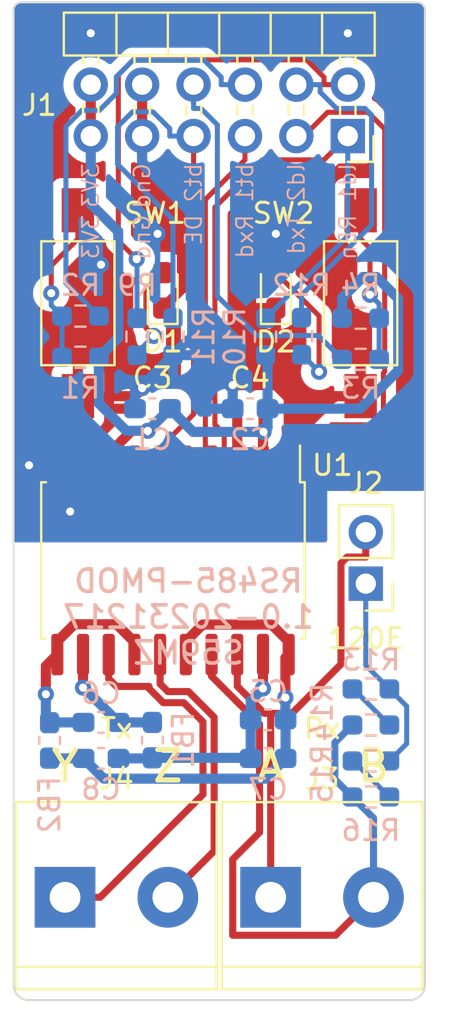
<source format=kicad_pcb>
(kicad_pcb (version 20221018) (generator pcbnew)
  (layers (0 "F.Cu" signal) (31 "B.Cu" signal) (34 "B.Paste" user) (35 "F.Paste" user) (36 "B.SilkS" user "B.Silkscreen") (37 "F.SilkS" user "F.Silkscreen") (38 "B.Mask" user) (39 "F.Mask" user) (44 "Edge.Cuts" user))
  (net 0 "")
  (net 1 "+3V3")
  (net 2 "GND")
  (net 3 "/Visoin")
  (net 4 "/GND2")
  (net 5 "/Visoout")
  (net 6 "/GND3")
  (net 7 "Net-(D1-A)")
  (net 8 "Net-(D2-A)")
  (net 9 "/led1")
  (net 10 "/led2")
  (net 11 "Net-(J1-Pin_6)")
  (net 12 "Net-(J1-Pin_8)")
  (net 13 "Net-(J2-Pin_1)")
  (net 14 "/A")
  (net 15 "/B")
  (net 16 "/Y")
  (net 17 "/Z")
  (net 18 "/btn1")
  (net 19 "/btn2")
  (net 20 "/re_n")
  (net 21 "/txd")
  (net 22 "/rxd")
  (net 23 "/de")
  (net 24 "Net-(R13-Pad2)")
  (net 25 "Net-(R15-Pad2)")
  (footprint "Library:TerminalBlock_bornier-2_P5.08mm" (layer "F.Cu") (at 130.302 105.41)
    (fp_text reference "J3" (at 2.54 -5.842) (layer "F.SilkS"))
    (fp_text value "Tx")
    (pad "1" thru_hole rect (at 0 0) (size 3 3) (drill 1.52) (layers "*.Cu" "*.Mask") (net 14 "/A"))
    (pad "2" thru_hole circle (at 5.08 0) (size 3 3) (drill 1.52) (layers "*.Cu" "*.Mask") (net 15 "/B"))
  )
  (footprint "Connector_PinHeader_2.54mm:PinHeader_1x02_P2.54mm_Vertical" (layer "F.Cu") (at 135.001 89.921 180)
    (fp_text reference "J2" (at 0 4.958) (layer "F.SilkS"))
    (fp_text value "Termination")
    (pad "1" thru_hole rect (at 0 0 180) (size 1.7 1.7) (drill 1) (layers "*.Cu" "*.Mask") (net 13 "Net-(J2-Pin_1)"))
    (pad "2" thru_hole oval (at 0 2.54 180) (size 1.7 1.7) (drill 1) (layers "*.Cu" "*.Mask") (net 14 "/A"))
  )
  (footprint "Capacitor_SMD:C_0603_1608Metric_Pad1.08x0.95mm_HandSolder" (layer "F.Cu") (at 129.286 81.28 180)
    (fp_text reference "C4" (at 0 1.524) (layer "F.SilkS"))
    (fp_text value "10n")
    (pad "1" smd roundrect (at -0.8625 0 180) (size 1.075 0.95) (layers "F.Cu" "F.Paste" "F.Mask") (net 1 "+3V3"))
    (pad "2" smd roundrect (at 0.8625 0 180) (size 1.075 0.95) (layers "F.Cu" "F.Paste" "F.Mask") (net 2 "GND"))
  )
  (footprint "Capacitor_SMD:C_0603_1608Metric_Pad1.08x0.95mm_HandSolder" (layer "F.Cu") (at 124.46 81.28 180)
    (fp_text reference "C3" (at 0 1.524) (layer "F.SilkS"))
    (fp_text value "100n")
    (pad "1" smd roundrect (at -0.8625 0 180) (size 1.075 0.95) (layers "F.Cu" "F.Paste" "F.Mask") (net 1 "+3V3"))
    (pad "2" smd roundrect (at 0.8625 0 180) (size 1.075 0.95) (layers "F.Cu" "F.Paste" "F.Mask") (net 2 "GND"))
  )
  (footprint "LED_SMD:LED_0603_1608Metric_Pad1.05x0.95mm_HandSolder" (layer "F.Cu") (at 124.968 75.438 90)
    (fp_text reference "D1" (at -2.54 0) (layer "F.SilkS"))
    (fp_text value "LED1")
    (pad "1" smd roundrect (at -0.875 0 90) (size 1.05 0.95) (layers "F.Cu" "F.Paste" "F.Mask") (net 2 "GND"))
    (pad "2" smd roundrect (at 0.875 0 90) (size 1.05 0.95) (layers "F.Cu" "F.Paste" "F.Mask") (net 7 "Net-(D1-A)"))
  )
  (footprint "LED_SMD:LED_0603_1608Metric_Pad1.05x0.95mm_HandSolder" (layer "F.Cu") (at 130.556 75.438 90)
    (fp_text reference "D2" (at -2.54 0) (layer "F.SilkS"))
    (fp_text value "LED2")
    (pad "1" smd roundrect (at -0.875 0 90) (size 1.05 0.95) (layers "F.Cu" "F.Paste" "F.Mask") (net 2 "GND"))
    (pad "2" smd roundrect (at 0.875 0 90) (size 1.05 0.95) (layers "F.Cu" "F.Paste" "F.Mask") (net 8 "Net-(D2-A)"))
  )
  (footprint "Button_Switch_SMD:SW_SPST_FSMSM" (layer "F.Cu") (at 120.777 76.073 -90)
    (fp_text reference "SW1" (at -4.445 -3.81) (layer "F.SilkS"))
    (fp_text value "BTN1")
    (pad "1" smd rect (at -4.59 0 270) (size 2.18 1.6) (layers "F.Cu" "F.Paste" "F.Mask") (net 18 "/btn1"))
    (pad "2" smd rect (at 4.59 0 270) (size 2.18 1.6) (layers "F.Cu" "F.Paste" "F.Mask") (net 2 "GND"))
  )
  (footprint "Button_Switch_SMD:SW_SPST_FSMSM" (layer "F.Cu") (at 134.747 76.073 -90)
    (fp_text reference "SW2" (at -4.445 3.81) (layer "F.SilkS"))
    (fp_text value "BTN2")
    (pad "1" smd rect (at -4.59 0 270) (size 2.18 1.6) (layers "F.Cu" "F.Paste" "F.Mask") (net 19 "/btn2"))
    (pad "2" smd rect (at 4.59 0 270) (size 2.18 1.6) (layers "F.Cu" "F.Paste" "F.Mask") (net 2 "GND"))
  )
  (footprint "Library:TerminalBlock_bornier-2_P5.08mm" (layer "F.Cu") (at 120.142 105.41)
    (fp_text reference "J4" (at 2.54 -5.842) (layer "F.SilkS"))
    (fp_text value "Rx")
    (pad "1" thru_hole rect (at 0 0) (size 3 3) (drill 1.52) (layers "*.Cu" "*.Mask") (net 16 "/Y"))
    (pad "2" thru_hole circle (at 5.08 0) (size 3 3) (drill 1.52) (layers "*.Cu" "*.Mask") (net 17 "/Z"))
  )
  (footprint "Library:PinHeader_2x06_P2.54mm_Horizontal" (layer "F.Cu") (at 134.112 67.818 90)
    (fp_text reference "J1" (at 1.524 -15.24) (layer "F.SilkS"))
    (fp_text value "pmod")
    (pad "1" thru_hole rect locked (at 0 0 90) (size 1.7 1.7) (drill 1) (layers "*.Cu" "*.Mask") (net 20 "/re_n"))
    (pad "2" thru_hole oval locked (at 2.54 0 90) (size 1.7 1.7) (drill 1) (layers "*.Cu" "*.Mask") (net 9 "/led1"))
    (pad "3" thru_hole oval locked (at 0 -2.54 90) (size 1.7 1.7) (drill 1) (layers "*.Cu" "*.Mask") (net 21 "/txd"))
    (pad "4" thru_hole oval locked (at 2.54 -2.54 90) (size 1.7 1.7) (drill 1) (layers "*.Cu" "*.Mask") (net 10 "/led2"))
    (pad "5" thru_hole oval locked (at 0 -5.08 90) (size 1.7 1.7) (drill 1) (layers "*.Cu" "*.Mask") (net 22 "/rxd"))
    (pad "6" thru_hole oval locked (at 2.54 -5.08 90) (size 1.7 1.7) (drill 1) (layers "*.Cu" "*.Mask") (net 11 "Net-(J1-Pin_6)"))
    (pad "7" thru_hole oval locked (at 0 -7.62 90) (size 1.7 1.7) (drill 1) (layers "*.Cu" "*.Mask") (net 23 "/de"))
    (pad "8" thru_hole oval locked (at 2.54 -7.62 90) (size 1.7 1.7) (drill 1) (layers "*.Cu" "*.Mask") (net 12 "Net-(J1-Pin_8)"))
    (pad "9" thru_hole oval locked (at 0 -10.16 90) (size 1.7 1.7) (drill 1) (layers "*.Cu" "*.Mask") (net 2 "GND"))
    (pad "10" thru_hole oval locked (at 2.54 -10.16 90) (size 1.7 1.7) (drill 1) (layers "*.Cu" "*.Mask") (net 2 "GND"))
    (pad "11" thru_hole oval locked (at 0 -12.7 90) (size 1.7 1.7) (drill 1) (layers "*.Cu" "*.Mask") (net 1 "+3V3"))
    (pad "12" thru_hole oval locked (at 2.54 -12.7 90) (size 1.7 1.7) (drill 1) (layers "*.Cu" "*.Mask") (net 1 "+3V3"))
  )
  (footprint "Package_SO:SOIC-20W_7.5x12.8mm_P1.27mm" (layer "F.Cu") (at 125.476 88.773 -90)
    (fp_text reference "U1" (at -4.699 -7.874) (layer "F.SilkS"))
    (fp_text value "ADM2582E")
    (pad "1" smd roundrect (at -4.65 -5.715 270) (size 2.05 0.6) (layers "F.Cu" "F.Paste" "F.Mask") (net 2 "GND"))
    (pad "2" smd roundrect (at -4.65 -4.445 270) (size 2.05 0.6) (layers "F.Cu" "F.Paste" "F.Mask") (net 1 "+3V3"))
    (pad "3" smd roundrect (at -4.65 -3.175 270) (size 2.05 0.6) (layers "F.Cu" "F.Paste" "F.Mask") (net 2 "GND"))
    (pad "4" smd roundrect (at -4.65 -1.905 270) (size 2.05 0.6) (layers "F.Cu" "F.Paste" "F.Mask") (net 22 "/rxd"))
    (pad "5" smd roundrect (at -4.65 -0.635 270) (size 2.05 0.6) (layers "F.Cu" "F.Paste" "F.Mask") (net 20 "/re_n"))
    (pad "6" smd roundrect (at -4.65 0.635 270) (size 2.05 0.6) (layers "F.Cu" "F.Paste" "F.Mask") (net 23 "/de"))
    (pad "7" smd roundrect (at -4.65 1.905 270) (size 2.05 0.6) (layers "F.Cu" "F.Paste" "F.Mask") (net 21 "/txd"))
    (pad "8" smd roundrect (at -4.65 3.175 270) (size 2.05 0.6) (layers "F.Cu" "F.Paste" "F.Mask") (net 1 "+3V3"))
    (pad "9" smd roundrect (at -4.65 4.445 270) (size 2.05 0.6) (layers "F.Cu" "F.Paste" "F.Mask") (net 2 "GND"))
    (pad "10" smd roundrect (at -4.65 5.715 270) (size 2.05 0.6) (layers "F.Cu" "F.Paste" "F.Mask") (net 2 "GND"))
    (pad "11" smd roundrect (at 4.65 5.715 270) (size 2.05 0.6) (layers "F.Cu" "F.Paste" "F.Mask") (net 6 "/GND3"))
    (pad "12" smd roundrect (at 4.65 4.445 270) (size 2.05 0.6) (layers "F.Cu" "F.Paste" "F.Mask") (net 5 "/Visoout"))
    (pad "13" smd roundrect (at 4.65 3.175 270) (size 2.05 0.6) (layers "F.Cu" "F.Paste" "F.Mask") (net 16 "/Y"))
    (pad "14" smd roundrect (at 4.65 1.905 270) (size 2.05 0.6) (layers "F.Cu" "F.Paste" "F.Mask") (net 6 "/GND3"))
    (pad "15" smd roundrect (at 4.65 0.635 270) (size 2.05 0.6) (layers "F.Cu" "F.Paste" "F.Mask") (net 17 "/Z"))
    (pad "16" smd roundrect (at 4.65 -0.635 270) (size 2.05 0.6) (layers "F.Cu" "F.Paste" "F.Mask") (net 4 "/GND2"))
    (pad "17" smd roundrect (at 4.65 -1.905 270) (size 2.05 0.6) (layers "F.Cu" "F.Paste" "F.Mask") (net 15 "/B"))
    (pad "18" smd roundrect (at 4.65 -3.175 270) (size 2.05 0.6) (layers "F.Cu" "F.Paste" "F.Mask") (net 14 "/A"))
    (pad "19" smd roundrect (at 4.65 -4.445 270) (size 2.05 0.6) (layers "F.Cu" "F.Paste" "F.Mask") (net 3 "/Visoin"))
    (pad "20" smd roundrect (at 4.65 -5.715 270) (size 2.05 0.6) (layers "F.Cu" "F.Paste" "F.Mask") (net 4 "/GND2"))
  )
  (footprint "Inductor_SMD:L_0603_1608Metric_Pad1.05x0.95mm_HandSolder" (layer "B.Cu") (at 119.38 97.663 -90)
    (fp_text reference "FB2" (at 3.175 0 90) (layer "B.SilkS") (effects (justify mirror)))
    (fp_text value "600")
    (pad "1" smd roundrect (at -0.875 0 270) (size 1.05 0.95) (layers "B.Cu" "B.Paste" "B.Mask") (net 6 "/GND3"))
    (pad "2" smd roundrect (at 0.875 0 270) (size 1.05 0.95) (layers "B.Cu" "B.Paste" "B.Mask") (net 4 "/GND2"))
  )
  (footprint "Resistor_SMD:R_0603_1608Metric_Pad0.98x0.95mm_HandSolder" (layer "B.Cu") (at 134.747 76.8115)
    (fp_text reference "R4" (at 0 -1.6275) (layer "B.SilkS") (effects (justify mirror)))
    (fp_text value "4k7")
    (pad "1" smd roundrect (at -0.9125 0) (size 0.975 0.95) (layers "B.Cu" "B.Paste" "B.Mask") (net 1 "+3V3"))
    (pad "2" smd roundrect (at 0.9125 0) (size 0.975 0.95) (layers "B.Cu" "B.Paste" "B.Mask") (net 19 "/btn2"))
  )
  (footprint "Capacitor_SMD:C_0603_1608Metric_Pad1.08x0.95mm_HandSolder" (layer "B.Cu") (at 121.92 98.552 180)
    (fp_text reference "C8" (at 0 -1.524) (layer "B.SilkS") (effects (justify mirror)))
    (fp_text value "10u")
    (pad "1" smd roundrect (at -0.8625 0 180) (size 1.075 0.95) (layers "B.Cu" "B.Paste" "B.Mask") (net 3 "/Visoin"))
    (pad "2" smd roundrect (at 0.8625 0 180) (size 1.075 0.95) (layers "B.Cu" "B.Paste" "B.Mask") (net 4 "/GND2"))
  )
  (footprint "Capacitor_SMD:C_0603_1608Metric_Pad1.08x0.95mm_HandSolder" (layer "B.Cu") (at 130.175 96.647)
    (fp_text reference "C5" (at 0 -1.397) (layer "B.SilkS") (effects (justify mirror)))
    (fp_text value "10n")
    (pad "1" smd roundrect (at -0.8625 0) (size 1.075 0.95) (layers "B.Cu" "B.Paste" "B.Mask") (net 3 "/Visoin"))
    (pad "2" smd roundrect (at 0.8625 0) (size 1.075 0.95) (layers "B.Cu" "B.Paste" "B.Mask") (net 4 "/GND2"))
  )
  (footprint "Resistor_SMD:R_0603_1608Metric_Pad0.98x0.95mm_HandSolder" (layer "B.Cu") (at 130.048 77.724 90)
    (fp_text reference "R10" (at 0 -1.524 90) (layer "B.SilkS") (effects (justify mirror)))
    (fp_text value "10k")
    (pad "1" smd roundrect (at -0.9125 0 90) (size 0.975 0.95) (layers "B.Cu" "B.Paste" "B.Mask") (net 1 "+3V3"))
    (pad "2" smd roundrect (at 0.9125 0 90) (size 0.975 0.95) (layers "B.Cu" "B.Paste" "B.Mask") (net 20 "/re_n"))
  )
  (footprint "Resistor_SMD:R_0603_1608Metric_Pad0.98x0.95mm_HandSolder" (layer "B.Cu") (at 131.826 77.7005 -90)
    (fp_text reference "R12" (at -2.5165 0 -180) (layer "B.SilkS") (effects (justify mirror)))
    (fp_text value "4k7")
    (pad "1" smd roundrect (at -0.9125 0 270) (size 0.975 0.95) (layers "B.Cu" "B.Paste" "B.Mask") (net 10 "/led2"))
    (pad "2" smd roundrect (at 0.9125 0 270) (size 0.975 0.95) (layers "B.Cu" "B.Paste" "B.Mask") (net 8 "Net-(D2-A)"))
  )
  (footprint "Capacitor_SMD:C_0603_1608Metric_Pad1.08x0.95mm_HandSolder" (layer "B.Cu") (at 121.92 96.774 180)
    (fp_text reference "C6" (at 0 1.43) (layer "B.SilkS") (effects (justify mirror)))
    (fp_text value "100n")
    (pad "1" smd roundrect (at -0.8625 0 180) (size 1.075 0.95) (layers "B.Cu" "B.Paste" "B.Mask") (net 5 "/Visoout"))
    (pad "2" smd roundrect (at 0.8625 0 180) (size 1.075 0.95) (layers "B.Cu" "B.Paste" "B.Mask") (net 6 "/GND3"))
  )
  (footprint "Capacitor_SMD:C_0603_1608Metric_Pad1.08x0.95mm_HandSolder" (layer "B.Cu") (at 124.46 81.28 180)
    (fp_text reference "C1" (at 0 -1.524) (layer "B.SilkS") (effects (justify mirror)))
    (fp_text value "10u")
    (pad "1" smd roundrect (at -0.8625 0 180) (size 1.075 0.95) (layers "B.Cu" "B.Paste" "B.Mask") (net 1 "+3V3"))
    (pad "2" smd roundrect (at 0.8625 0 180) (size 1.075 0.95) (layers "B.Cu" "B.Paste" "B.Mask") (net 2 "GND"))
  )
  (footprint "Resistor_SMD:R_0603_1608Metric_Pad0.98x0.95mm_HandSolder" (layer "B.Cu") (at 134.747 78.8435)
    (fp_text reference "R3" (at 0 1.43) (layer "B.SilkS") (effects (justify mirror)))
    (fp_text value "4k7")
    (pad "1" smd roundrect (at -0.9125 0) (size 0.975 0.95) (layers "B.Cu" "B.Paste" "B.Mask") (net 12 "Net-(J1-Pin_8)"))
    (pad "2" smd roundrect (at 0.9125 0) (size 0.975 0.95) (layers "B.Cu" "B.Paste" "B.Mask") (net 19 "/btn2"))
  )
  (footprint "Capacitor_SMD:C_0603_1608Metric_Pad1.08x0.95mm_HandSolder" (layer "B.Cu") (at 129.286 81.28 180)
    (fp_text reference "C2" (at 0 -1.524) (layer "B.SilkS") (effects (justify mirror)))
    (fp_text value "100n")
    (pad "1" smd roundrect (at -0.8625 0 180) (size 1.075 0.95) (layers "B.Cu" "B.Paste" "B.Mask") (net 1 "+3V3"))
    (pad "2" smd roundrect (at 0.8625 0 180) (size 1.075 0.95) (layers "B.Cu" "B.Paste" "B.Mask") (net 2 "GND"))
  )
  (footprint "Capacitor_SMD:C_0603_1608Metric_Pad1.08x0.95mm_HandSolder" (layer "B.Cu") (at 130.175 98.552)
    (fp_text reference "C7" (at 0 1.524) (layer "B.SilkS") (effects (justify mirror)))
    (fp_text value "100n")
    (pad "1" smd roundrect (at -0.8625 0) (size 1.075 0.95) (layers "B.Cu" "B.Paste" "B.Mask") (net 3 "/Visoin"))
    (pad "2" smd roundrect (at 0.8625 0) (size 1.075 0.95) (layers "B.Cu" "B.Paste" "B.Mask") (net 4 "/GND2"))
  )
  (footprint "Resistor_SMD:R_0603_1608Metric_Pad0.98x0.95mm_HandSolder" (layer "B.Cu") (at 123.698 77.724 -90)
    (fp_text reference "R9" (at -2.54 0) (layer "B.SilkS") (effects (justify mirror)))
    (fp_text value "4k7")
    (pad "1" smd roundrect (at -0.9125 0 270) (size 0.975 0.95) (layers "B.Cu" "B.Paste" "B.Mask") (net 9 "/led1"))
    (pad "2" smd roundrect (at 0.9125 0 270) (size 0.975 0.95) (layers "B.Cu" "B.Paste" "B.Mask") (net 7 "Net-(D1-A)"))
  )
  (footprint "Inductor_SMD:L_0603_1608Metric_Pad1.05x0.95mm_HandSolder" (layer "B.Cu") (at 124.46 97.649 -90)
    (fp_text reference "FB1" (at 0 -1.524 90) (layer "B.SilkS") (effects (justify mirror)))
    (fp_text value "600")
    (pad "1" smd roundrect (at -0.875 0 270) (size 1.05 0.95) (layers "B.Cu" "B.Paste" "B.Mask") (net 5 "/Visoout"))
    (pad "2" smd roundrect (at 0.875 0 270) (size 1.05 0.95) (layers "B.Cu" "B.Paste" "B.Mask") (net 3 "/Visoin"))
  )
  (footprint "Resistor_SMD:R_0603_1608Metric_Pad0.98x0.95mm_HandSolder" (layer "B.Cu") (at 120.904 78.74 180)
    (fp_text reference "R1" (at 0 -1.524) (layer "B.SilkS") (effects (justify mirror)))
    (fp_text value "4k7")
    (pad "1" smd roundrect (at -0.9125 0 180) (size 0.975 0.95) (layers "B.Cu" "B.Paste" "B.Mask") (net 1 "+3V3"))
    (pad "2" smd roundrect (at 0.9125 0 180) (size 0.975 0.95) (layers "B.Cu" "B.Paste" "B.Mask") (net 18 "/btn1"))
  )
  (footprint "Resistor_SMD:R_0603_1608Metric_Pad0.98x0.95mm_HandSolder" (layer "B.Cu") (at 125.476 77.724 -90)
    (fp_text reference "R11" (at 0 -1.524 90) (layer "B.SilkS") (effects (justify mirror)))
    (fp_text value "10k")
    (pad "1" smd roundrect (at -0.9125 0 270) (size 0.975 0.95) (layers "B.Cu" "B.Paste" "B.Mask") (net 23 "/de"))
    (pad "2" smd roundrect (at 0.9125 0 270) (size 0.975 0.95) (layers "B.Cu" "B.Paste" "B.Mask") (net 2 "GND"))
  )
  (footprint "Resistor_SMD:R_0603_1608Metric_Pad0.98x0.95mm_HandSolder" (layer "B.Cu") (at 135.255 98.679 180)
    (fp_text reference "R15" (at 2.413 -0.635 90) (layer "B.SilkS") (effects (justify mirror)))
    (fp_text value "120")
    (pad "1" smd roundrect (at -0.9125 0 180) (size 0.975 0.95) (layers "B.Cu" "B.Paste" "B.Mask") (net 13 "Net-(J2-Pin_1)"))
    (pad "2" smd roundrect (at 0.9125 0 180) (size 0.975 0.95) (layers "B.Cu" "B.Paste" "B.Mask") (net 25 "Net-(R15-Pad2)"))
  )
  (footprint "Resistor_SMD:R_0603_1608Metric_Pad0.98x0.95mm_HandSolder" (layer "B.Cu") (at 135.255 96.901 180)
    (fp_text reference "R14" (at 2.413 0.635 90) (layer "B.SilkS") (effects (justify mirror)))
    (fp_text value "120")
    (pad "1" smd roundrect (at -0.9125 0 180) (size 0.975 0.95) (layers "B.Cu" "B.Paste" "B.Mask") (net 24 "Net-(R13-Pad2)"))
    (pad "2" smd roundrect (at 0.9125 0 180) (size 0.975 0.95) (layers "B.Cu" "B.Paste" "B.Mask") (net 15 "/B"))
  )
  (footprint "Resistor_SMD:R_0603_1608Metric_Pad0.98x0.95mm_HandSolder" (layer "B.Cu") (at 120.904 76.708 180)
    (fp_text reference "R2" (at 0 1.524) (layer "B.SilkS") (effects (justify mirror)))
    (fp_text value "4k7")
    (pad "1" smd roundrect (at -0.9125 0 180) (size 0.975 0.95) (layers "B.Cu" "B.Paste" "B.Mask") (net 11 "Net-(J1-Pin_6)"))
    (pad "2" smd roundrect (at 0.9125 0 180) (size 0.975 0.95) (layers "B.Cu" "B.Paste" "B.Mask") (net 18 "/btn1"))
  )
  (footprint "Resistor_SMD:R_0603_1608Metric_Pad0.98x0.95mm_HandSolder" (layer "B.Cu") (at 135.255 95.123 180)
    (fp_text reference "R13" (at 0 1.43) (layer "B.SilkS") (effects (justify mirror)))
    (fp_text value "120")
    (pad "1" smd roundrect (at -0.9125 0 180) (size 0.975 0.95) (layers "B.Cu" "B.Paste" "B.Mask") (net 13 "Net-(J2-Pin_1)"))
    (pad "2" smd roundrect (at 0.9125 0 180) (size 0.975 0.95) (layers "B.Cu" "B.Paste" "B.Mask") (net 24 "Net-(R13-Pad2)"))
  )
  (footprint "Resistor_SMD:R_0603_1608Metric_Pad0.98x0.95mm_HandSolder" (layer "B.Cu") (at 135.255 100.457 180)
    (fp_text reference "R16" (at 0 -1.651) (layer "B.SilkS") (effects (justify mirror)))
    (fp_text value "120")
    (pad "1" smd roundrect (at -0.9125 0 180) (size 0.975 0.95) (layers "B.Cu" "B.Paste" "B.Mask") (net 25 "Net-(R15-Pad2)"))
    (pad "2" smd roundrect (at 0.9125 0 180) (size 0.975 0.95) (layers "B.Cu" "B.Paste" "B.Mask") (net 15 "/B"))
  )
  (gr_line (start 117.602 61.595) (end 117.602 109.728) (stroke (width 0.1)) (layer "Edge.Cuts"))
  (gr_arc (start 137.922 109.728) (mid 137.698815 110.266815) (end 137.16 110.49) (stroke (width 0.1)) (layer "Edge.Cuts"))
  (gr_line (start 137.541 61.214) (end 117.983 61.214) (stroke (width 0.1)) (layer "Edge.Cuts"))
  (gr_arc (start 118.364 110.49) (mid 117.825185 110.266815) (end 117.602 109.728) (stroke (width 0.1)) (layer "Edge.Cuts"))
  (gr_arc (start 117.602 61.595) (mid 117.713592 61.325592) (end 117.983 61.214) (stroke (width 0.1)) (layer "Edge.Cuts"))
  (gr_arc (start 137.541 61.214) (mid 137.810408 61.325592) (end 137.922 61.595) (stroke (width 0.1)) (layer "Edge.Cuts"))
  (gr_line (start 137.922 109.728) (end 137.922 61.595) (stroke (width 0.1)) (layer "Edge.Cuts"))
  (gr_line (start 118.364 110.49) (end 137.16 110.49) (stroke (width 0.1)) (layer "Edge.Cuts"))
  (gr_text "3V3" (at 121.412 69.088 90) (layer "B.SilkS") (effects (font (size 0.8 0.8) (thickness 0.1)) (justify left mirror)))
  (gr_text "DE" (at 126.492 71.628 90) (layer "B.SilkS") (effects (font (size 0.8 0.8) (thickness 0.1)) (justify left mirror)))
  (gr_text "Txd" (at 131.572 71.628 90) (layer "B.SilkS") (effects (font (size 0.8 0.8) (thickness 0.1)) (justify left mirror)))
  (gr_text "3V3" (at 121.412 71.628 90) (layer "B.SilkS") (effects (font (size 0.8 0.8) (thickness 0.1)) (justify left mirror)))
  (gr_text "ld1" (at 134.112 69.088 90) (layer "B.SilkS") (effects (font (size 0.8 0.8) (thickness 0.1)) (justify left mirror)))
  (gr_text "bt2" (at 126.492 69.088 90) (layer "B.SilkS") (effects (font (size 0.8 0.8) (thickness 0.1)) (justify left mirror)))
  (gr_text "REn" (at 134.112 71.628 90) (layer "B.SilkS") (effects (font (size 0.8 0.8) (thickness 0.1)) (justify left mirror)))
  (gr_text "Rxd" (at 129.032 71.628 90) (layer "B.SilkS") (effects (font (size 0.8 0.8) (thickness 0.1)) (justify left mirror)))
  (gr_text "Gnd" (at 123.952 69.088 90) (layer "B.SilkS") (effects (font (size 0.8 0.8) (thickness 0.1)) (justify left mirror)))
  (gr_text "RS485-PMOD\n1.0-20231217\nS59MZ" (at 126.238 89.154) (layer "B.SilkS") (effects (font (size 1.1 1.1) (thickness 0.18) bold) (justify top mirror)))
  (gr_text "Gnd" (at 123.952 71.628 90) (layer "B.SilkS") (effects (font (size 0.8 0.8) (thickness 0.1)) (justify left mirror)))
  (gr_text "bt1" (at 129.032 69.088 90) (layer "B.SilkS") (effects (font (size 0.8 0.8) (thickness 0.1)) (justify left mirror)))
  (gr_text "ld2" (at 131.572 69.088 90) (layer "B.SilkS") (effects (font (size 0.8 0.8) (thickness 0.1)) (justify left mirror)))
  (gr_text "A" (at 130.302 98.933) (layer "F.SilkS") (effects (font (size 1.5 1.5) (thickness 0.25) bold)))
  (gr_text "120E" (at 135.001 93.218) (layer "F.SilkS") (effects (font (size 1 1)) (justify bottom)))
  (gr_text "Z" (at 125.222 98.933) (layer "F.SilkS") (effects (font (size 1.5 1.5) (thickness 0.25) bold)))
  (gr_text "B" (at 135.382 98.933) (layer "F.SilkS") (effects (font (size 1.5 1.5) (thickness 0.25) bold)))
  (gr_text "Y" (at 120.142 98.933) (layer "F.SilkS") (effects (font (size 1.5 1.5) (thickness 0.25) bold)))
  (gr_text "Tx" (at 122.682 97.663) (layer "F.SilkS") (effects (font (size 1 1)) (justify bottom)))
  (gr_text "Rx" (at 132.842 97.663) (layer "F.SilkS") (effects (font (size 1 1)) (justify bottom)))
  (segment (start 124.231 82.3715) (end 125.3225 81.28) (width 0.5) (layer "F.Cu") (net 1))
  (segment (start 129.921 82.4571) (end 129.9515 82.4266) (width 0.5) (layer "F.Cu") (net 1))
  (segment (start 122.301 83.508) (end 123.4375 82.3715) (width 0.5) (layer "F.Cu") (net 1))
  (segment (start 121.412 65.278) (end 121.412 67.818) (width 0.5) (layer "F.Cu") (net 1))
  (segment (start 122.301 84.123) (end 122.301 83.508) (width 0.5) (layer "F.Cu") (net 1))
  (segment (start 129.921 84.123) (end 129.921 82.4571) (width 0.5) (layer "F.Cu") (net 1))
  (segment (start 123.4375 82.3715) (end 124.231 82.3715) (width 0.5) (layer "F.Cu") (net 1))
  (segment (start 129.9515 81.477) (end 130.1485 81.28) (width 0.5) (layer "F.Cu") (net 1))
  (segment (start 129.9515 82.4266) (end 129.9515 81.477) (width 0.5) (layer "F.Cu") (net 1))
  (via (at 129.9515 82.4266) (size 0.8) (drill 0.4) (layers "F.Cu" "B.Cu") (net 1))
  (via (at 124.231 82.3715) (size 0.8) (drill 0.4) (layers "F.Cu" "B.Cu") (net 1))
  (segment (start 130.1485 81.28) (end 134.7212 81.28) (width 0.5) (layer "B.Cu") (net 1))
  (segment (start 124.231 82.3715) (end 125.3225 81.28) (width 0.5) (layer "B.Cu") (net 1))
  (segment (start 121.412 67.818) (end 121.412 71.1693) (width 0.5) (layer "B.Cu") (net 1))
  (segment (start 130.1485 81.28) (end 130.1485 78.737) (width 0.5) (layer "B.Cu") (net 1))
  (segment (start 122.7717 77.7848) (end 121.8165 78.74) (width 0.5) (layer "B.Cu") (net 1))
  (segment (start 130.1485 82.2296) (end 129.9515 82.4266) (width 0.5) (layer "B.Cu") (net 1))
  (segment (start 122.7717 72.529) (end 122.7717 77.7848) (width 0.5) (layer "B.Cu") (net 1))
  (segment (start 126.4691 82.4266) (end 125.3225 81.28) (width 0.5) (layer "B.Cu") (net 1))
  (segment (start 136.605 75.8468) (end 135.5342 74.776) (width 0.5) (layer "B.Cu") (net 1))
  (segment (start 124.231 82.3715) (end 123.1654 82.3715) (width 0.5) (layer "B.Cu") (net 1))
  (segment (start 129.9515 82.4266) (end 126.4691 82.4266) (width 0.5) (layer "B.Cu") (net 1))
  (segment (start 133.8345 75.8033) (end 133.8345 76.8115) (width 0.5) (layer "B.Cu") (net 1))
  (segment (start 123.1654 82.3715) (end 121.8165 81.0226) (width 0.5) (layer "B.Cu") (net 1))
  (segment (start 134.8618 74.776) (end 133.8345 75.8033) (width 0.5) (layer "B.Cu") (net 1))
  (segment (start 134.7212 81.28) (end 136.605 79.3962) (width 0.5) (layer "B.Cu") (net 1))
  (segment (start 130.1485 81.28) (end 130.1485 82.2296) (width 0.5) (layer "B.Cu") (net 1))
  (segment (start 121.8165 81.0226) (end 121.8165 78.74) (width 0.5) (layer "B.Cu") (net 1))
  (segment (start 130.1485 78.737) (end 130.048 78.6365) (width 0.5) (layer "B.Cu") (net 1))
  (segment (start 135.5342 74.776) (end 134.8618 74.776) (width 0.5) (layer "B.Cu") (net 1))
  (segment (start 121.412 71.1693) (end 122.7717 72.529) (width 0.5) (layer "B.Cu") (net 1))
  (segment (start 136.605 79.3962) (end 136.605 75.8468) (width 0.5) (layer "B.Cu") (net 1))
  (segment (start 131.191 80.7513) (end 131.191 84.123) (width 0.5) (layer "F.Cu") (net 2))
  (segment (start 130.5015 80.0618) (end 130.556 80.0073) (width 0.5) (layer "F.Cu") (net 2))
  (segment (start 120.777 80.663) (end 120.777 82.2033) (width 0.5) (layer "F.Cu") (net 2))
  (segment (start 125.9166 75.3644) (end 125.9166 71.0829) (width 0.5) (layer "F.Cu") (net 2))
  (segment (start 120.777 84.123) (end 121.031 84.123) (width 0.5) (layer "F.Cu") (net 2))
  (segment (start 128.4235 81.28) (end 128.651 81.5075) (width 0.5) (layer "F.Cu") (net 2))
  (segment (start 130.5015 80.0618) (end 131.191 80.7513) (width 0.5) (layer "F.Cu") (net 2))
  (segment (start 123.5975 80.663) (end 123.5975 81.28) (width 0.5) (layer "F.Cu") (net 2))
  (segment (start 133.4084 80.7513) (end 133.4967 80.663) (width 0.5) (layer "F.Cu") (net 2))
  (segment (start 120.777 84.123) (end 120.777 82.2033) (width 0.5) (layer "F.Cu") (net 2))
  (segment (start 128.651 81.5075) (end 128.651 84.123) (width 0.5) (layer "F.Cu") (net 2))
  (segment (start 123.5975 80.663) (end 123.952 80.3085) (width 0.5) (layer "F.Cu") (net 2))
  (segment (start 123.5975 80.663) (end 122.0273 80.663) (width 0.5) (layer "F.Cu") (net 2))
  (segment (start 125.9166 71.0829) (end 123.952 69.1183) (width 0.5) (layer "F.Cu") (net 2))
  (segment (start 131.191 80.7513) (end 133.4084 80.7513) (width 0.5) (layer "F.Cu") (net 2))
  (segment (start 119.761 84.123) (end 120.777 84.123) (width 0.5) (layer "F.Cu") (net 2))
  (segment (start 125.3803 78.8802) (end 125.3803 76.7253) (width 0.5) (layer "F.Cu") (net 2))
  (segment (start 123.952 67.818) (end 123.952 69.1183) (width 0.5) (layer "F.Cu") (net 2))
  (segment (start 123.952 80.264) (end 123.9965 80.264) (width 0.5) (layer "F.Cu") (net 2))
  (segment (start 125.3803 76.7253) (end 124.968 76.313) (width 0.5) (layer "F.Cu") (net 2))
  (segment (start 124.968 76.313) (end 125.9166 75.3644) (width 0.5) (layer "F.Cu") (net 2))
  (segment (start 123.9965 80.264) (end 125.3803 78.8802) (width 0.5) (layer "F.Cu") (net 2))
  (segment (start 128.4235 80.1163) (end 130.447 80.1163) (width 0.5) (layer "F.Cu") (net 2))
  (segment (start 134.747 80.663) (end 133.4967 80.663) (width 0.5) (layer "F.Cu") (net 2))
  (segment (start 123.952 65.278) (end 123.952 67.818) (width 0.5) (layer "F.Cu") (net 2))
  (segment (start 130.556 80.0073) (end 130.556 76.313) (width 0.5) (layer "F.Cu") (net 2))
  (segment (start 130.447 80.1163) (end 130.5015 80.0618) (width 0.5) (layer "F.Cu") (net 2))
  (segment (start 120.777 80.663) (end 122.0273 80.663) (width 0.5) (layer "F.Cu") (net 2))
  (segment (start 128.4235 80.1163) (end 128.4235 81.28) (width 0.5) (layer "F.Cu") (net 2))
  (segment (start 123.952 80.3085) (end 123.952 80.264) (width 0.5) (layer "F.Cu") (net 2))
  (via (at 128.4235 80.1163) (size 0.8) (drill 0.4) (layers "F.Cu" "B.Cu") (net 2))
  (via (at 121.412 62.738) (size 0.8) (drill 0.4) (layers "F.Cu" "B.Cu") (net 2))
  (via (at 124.714 72.644) (size 0.8) (drill 0.4) (layers "F.Cu" "B.Cu") (net 2))
  (via (at 123.952 80.264) (size 0.8) (drill 0.4) (layers "F.Cu" "B.Cu") (net 2))
  (via (at 134.112 62.738) (size 0.8) (drill 0.4) (layers "F.Cu" "B.Cu") (net 2))
  (via (at 130.556 72.644) (size 0.8) (drill 0.4) (layers "F.Cu" "B.Cu") (net 2))
  (via (at 118.364 84.074) (size 0.8) (drill 0.4) (layers "F.Cu" "B.Cu") (net 2))
  (via (at 121.92 74.168) (size 0.8) (drill 0.4) (layers "F.Cu" "B.Cu") (net 2))
  (via (at 120.396 86.36) (size 0.8) (drill 0.4) (layers "F.Cu" "B.Cu") (net 2))
  (segment (start 125.476 78.6365) (end 123.5975 80.515) (width 0.5) (layer "B.Cu") (net 2))
  (segment (start 123.952 67.818) (end 123.952 69.1183) (width 0.5) (layer "B.Cu") (net 2))
  (segment (start 126.2271 77.9199) (end 128.4235 80.1163) (width 0.5) (layer "B.Cu") (net 2))
  (segment (start 126.1926 77.9199) (end 125.476 78.6365) (width 0.5) (layer "B.Cu") (net 2))
  (segment (start 128.4235 80.1163) (end 128.4235 81.28) (width 0.5) (layer "B.Cu") (net 2))
  (segment (start 126.4242 77.7228) (end 126.2271 77.9199) (width 0.5) (layer "B.Cu") (net 2))
  (segment (start 126.4242 71.5905) (end 126.4242 77.7228) (width 0.5) (layer "B.Cu") (net 2))
  (segment (start 123.5975 80.515) (end 123.5975 81.28) (width 0.5) (layer "B.Cu") (net 2))
  (segment (start 126.2271 77.9199) (end 126.1926 77.9199) (width 0.5) (layer "B.Cu") (net 2))
  (segment (start 123.952 69.1183) (end 126.4242 71.5905) (width 0.5) (layer "B.Cu") (net 2))
  (segment (start 129.921 93.423) (end 129.921 95.0987) (width 0.5) (layer "F.Cu") (net 3))
  (via (at 129.921 95.0987) (size 0.8) (drill 0.4) (layers "F.Cu" "B.Cu") (net 3))
  (segment (start 122.7825 98.552) (end 124.432 98.552) (width 0.5) (layer "B.Cu") (net 3))
  (segment (start 129.3125 95.7072) (end 129.921 95.0987) (width 0.5) (layer "B.Cu") (net 3))
  (segment (start 129.3125 98.524) (end 124.46 98.524) (width 0.5) (layer "B.Cu") (net 3))
  (segment (start 129.3125 96.647) (end 129.3125 95.7072) (width 0.5) (layer "B.Cu") (net 3))
  (segment (start 129.3125 96.647) (end 129.3125 98.524) (width 0.5) (layer "B.Cu") (net 3))
  (segment (start 129.3125 98.524) (end 129.3125 98.552) (width 0.5) (layer "B.Cu") (net 3))
  (segment (start 124.432 98.552) (end 124.46 98.524) (width 0.5) (layer "B.Cu") (net 3))
  (segment (start 126.9442 91.9417) (end 126.111 92.7749) (width 0.5) (layer "F.Cu") (net 4))
  (segment (start 130.3476 91.9417) (end 126.9442 91.9417) (width 0.5) (layer "F.Cu") (net 4))
  (segment (start 131.0301 93.5839) (end 131.191 93.423) (width 0.5) (layer "F.Cu") (net 4))
  (segment (start 126.111 92.7749) (end 126.111 93.423) (width 0.5) (layer "F.Cu") (net 4))
  (segment (start 131.191 92.7851) (end 130.3476 91.9417) (width 0.5) (layer "F.Cu") (net 4))
  (segment (start 131.191 93.423) (end 131.191 92.7851) (width 0.5) (layer "F.Cu") (net 4))
  (segment (start 131.0301 95.55) (end 131.0301 93.5839) (width 0.5) (layer "F.Cu") (net 4))
  (via (at 131.0301 95.55) (size 0.8) (drill 0.4) (layers "F.Cu" "B.Cu") (net 4))
  (segment (start 119.394 98.552) (end 119.38 98.538) (width 0.5) (layer "B.Cu") (net 4))
  (segment (start 121.0575 98.552) (end 119.394 98.552) (width 0.5) (layer "B.Cu") (net 4))
  (segment (start 131.0301 95.55) (end 131.0301 96.6396) (width 0.5) (layer "B.Cu") (net 4))
  (segment (start 130.0381 99.5514) (end 131.0375 98.552) (width 0.5) (layer "B.Cu") (net 4))
  (segment (start 121.0575 98.552) (end 122.0569 99.5514) (width 0.5) (layer "B.Cu") (net 4))
  (segment (start 131.0375 98.552) (end 131.0375 96.647) (width 0.5) (layer "B.Cu") (net 4))
  (segment (start 122.0569 99.5514) (end 130.0381 99.5514) (width 0.5) (layer "B.Cu") (net 4))
  (segment (start 131.0301 96.6396) (end 131.0375 96.647) (width 0.5) (layer "B.Cu") (net 4))
  (segment (start 121.031 93.423) (end 121.031 95.0553) (width 0.5) (layer "F.Cu") (net 5))
  (via (at 121.031 95.0553) (size 0.8) (drill 0.4) (layers "F.Cu" "B.Cu") (net 5))
  (segment (start 122.7825 96.774) (end 121.0638 95.0553) (width 0.5) (layer "B.Cu") (net 5))
  (segment (start 121.0638 95.0553) (end 121.031 95.0553) (width 0.5) (layer "B.Cu") (net 5))
  (segment (start 124.46 96.774) (end 122.7825 96.774) (width 0.5) (layer "B.Cu") (net 5))
  (segment (start 119.761 92.7695) (end 119.761 93.423) (width 0.5) (layer "F.Cu") (net 6))
  (segment (start 122.6915 91.9272) (end 120.6033 91.9272) (width 0.5) (layer "F.Cu") (net 6))
  (segment (start 119.1943 93.9897) (end 119.1943 95.3819) (width 0.5) (layer "F.Cu") (net 6))
  (segment (start 123.571 92.8067) (end 122.6915 91.9272) (width 0.5) (layer "F.Cu") (net 6))
  (segment (start 120.6033 91.9272) (end 119.761 92.7695) (width 0.5) (layer "F.Cu") (net 6))
  (segment (start 123.571 93.423) (end 123.571 92.8067) (width 0.5) (layer "F.Cu") (net 6))
  (segment (start 119.761 93.423) (end 119.1943 93.9897) (width 0.5) (layer "F.Cu") (net 6))
  (via (at 119.1943 95.3819) (size 0.8) (drill 0.4) (layers "F.Cu" "B.Cu") (net 6))
  (segment (start 119.1943 96.5743) (end 119.394 96.774) (width 0.5) (layer "B.Cu") (net 6))
  (segment (start 119.1943 95.3819) (end 119.1943 96.5743) (width 0.5) (layer "B.Cu") (net 6))
  (segment (start 119.394 96.774) (end 119.38 96.788) (width 0.5) (layer "B.Cu") (net 6))
  (segment (start 121.0575 96.774) (end 119.394 96.774) (width 0.5) (layer "B.Cu") (net 6))
  (segment (start 124.968 74.563) (end 124.1388 75.3922) (width 0.25) (layer "F.Cu") (net 7))
  (segment (start 124.1388 75.3922) (end 124.1388 77.2947) (width 0.25) (layer "F.Cu") (net 7))
  (segment (start 124.1388 77.2947) (end 124.53 77.6859) (width 0.25) (layer "F.Cu") (net 7))
  (via (at 124.53 77.6859) (size 0.8) (drill 0.4) (layers "F.Cu" "B.Cu") (net 7))
  (segment (start 123.698 78.5179) (end 123.698 78.6365) (width 0.25) (layer "B.Cu") (net 7))
  (segment (start 124.53 77.6859) (end 123.698 78.5179) (width 0.25) (layer "B.Cu") (net 7))
  (segment (start 130.556 74.563) (end 132.694 76.701) (width 0.25) (layer "F.Cu") (net 8))
  (segment (start 132.694 76.701) (end 132.694 79.4566) (width 0.25) (layer "F.Cu") (net 8))
  (via (at 132.694 79.4566) (size 0.8) (drill 0.4) (layers "F.Cu" "B.Cu") (net 8))
  (segment (start 131.8504 78.613) (end 132.694 79.4566) (width 0.25) (layer "B.Cu") (net 8))
  (segment (start 131.826 78.613) (end 131.8504 78.613) (width 0.25) (layer "B.Cu") (net 8))
  (segment (start 122.7737 64.7936) (end 122.7737 72.9874) (width 0.25) (layer "F.Cu") (net 9))
  (segment (start 132.0789 64.0529) (end 123.5144 64.0529) (width 0.25) (layer "F.Cu") (net 9))
  (segment (start 122.7737 72.9874) (end 123.6819 73.8956) (width 0.25) (layer "F.Cu") (net 9))
  (segment (start 132.9367 65.278) (end 132.9367 64.9107) (width 0.25) (layer "F.Cu") (net 9))
  (segment (start 132.9367 64.9107) (end 132.0789 64.0529) (width 0.25) (layer "F.Cu") (net 9))
  (segment (start 123.5144 64.0529) (end 122.7737 64.7936) (width 0.25) (layer "F.Cu") (net 9))
  (segment (start 134.112 65.278) (end 132.9367 65.278) (width 0.25) (layer "F.Cu") (net 9))
  (via (at 123.6819 73.8956) (size 0.8) (drill 0.4) (layers "F.Cu" "B.Cu") (net 9))
  (segment (start 123.6819 73.8956) (end 123.698 73.9117) (width 0.25) (layer "B.Cu") (net 9))
  (segment (start 123.698 73.9117) (end 123.698 76.8115) (width 0.25) (layer "B.Cu") (net 9))
  (segment (start 132.7473 65.6454) (end 133.5552 66.4533) (width 0.25) (layer "B.Cu") (net 10))
  (segment (start 131.826 75.6704) (end 131.826 76.788) (width 0.25) (layer "B.Cu") (net 10))
  (segment (start 135.2874 72.209) (end 131.826 75.6704) (width 0.25) (layer "B.Cu") (net 10))
  (segment (start 134.9653 66.4533) (end 135.2874 66.7754) (width 0.25) (layer "B.Cu") (net 10))
  (segment (start 131.572 65.278) (end 132.7473 65.278) (width 0.25) (layer "B.Cu") (net 10))
  (segment (start 135.2874 66.7754) (end 135.2874 72.209) (width 0.25) (layer "B.Cu") (net 10))
  (segment (start 133.5552 66.4533) (end 134.9653 66.4533) (width 0.25) (layer "B.Cu") (net 10))
  (segment (start 132.7473 65.278) (end 132.7473 65.6454) (width 0.25) (layer "B.Cu") (net 10))
  (segment (start 120.1863 67.3372) (end 120.1863 75.0778) (width 0.25) (layer "B.Cu") (net 11))
  (segment (start 122.6775 65.7111) (end 121.8406 66.548) (width 0.25) (layer "B.Cu") (net 11))
  (segment (start 127.0227 64.0767) (end 123.4908 64.0767) (width 0.25) (layer "B.Cu") (net 11))
  (segment (start 120.1863 75.0778) (end 121.8165 76.708) (width 0.25) (layer "B.Cu") (net 11))
  (segment (start 122.6775 64.89) (end 122.6775 65.7111) (width 0.25) (layer "B.Cu") (net 11))
  (segment (start 120.9755 66.548) (end 120.1863 67.3372) (width 0.25) (layer "B.Cu") (net 11))
  (segment (start 127.8567 64.9107) (end 127.0227 64.0767) (width 0.25) (layer "B.Cu") (net 11))
  (segment (start 129.032 65.278) (end 127.8567 65.278) (width 0.25) (layer "B.Cu") (net 11))
  (segment (start 121.8406 66.548) (end 120.9755 66.548) (width 0.25) (layer "B.Cu") (net 11))
  (segment (start 123.4908 64.0767) (end 122.6775 64.89) (width 0.25) (layer "B.Cu") (net 11))
  (segment (start 127.8567 65.278) (end 127.8567 64.9107) (width 0.25) (layer "B.Cu") (net 11))
  (segment (start 129.6111 77.6675) (end 127.6673 75.7237) (width 0.25) (layer "B.Cu") (net 12))
  (segment (start 126.492 65.278) (end 126.492 66.4533) (width 0.25) (layer "B.Cu") (net 12))
  (segment (start 126.8594 66.4533) (end 126.492 66.4533) (width 0.25) (layer "B.Cu") (net 12))
  (segment (start 127.6673 75.7237) (end 127.6673 67.2612) (width 0.25) (layer "B.Cu") (net 12))
  (segment (start 132.6585 77.6675) (end 129.6111 77.6675) (width 0.25) (layer "B.Cu") (net 12))
  (segment (start 127.6673 67.2612) (end 126.8594 66.4533) (width 0.25) (layer "B.Cu") (net 12))
  (segment (start 133.8345 78.8435) (end 132.6585 77.6675) (width 0.25) (layer "B.Cu") (net 12))
  (segment (start 137.0221 95.9776) (end 136.1675 95.123) (width 0.25) (layer "B.Cu") (net 13))
  (segment (start 137.0221 97.8244) (end 137.0221 95.9776) (width 0.25) (layer "B.Cu") (net 13))
  (segment (start 136.1675 98.679) (end 137.0221 97.8244) (width 0.25) (layer "B.Cu") (net 13))
  (segment (start 135.001 89.921) (end 135.001 93.9565) (width 0.25) (layer "B.Cu") (net 13))
  (segment (start 135.001 93.9565) (end 136.1675 95.123) (width 0.25) (layer "B.Cu") (net 13))
  (segment (start 128.651 94.9841) (end 128.651 93.423) (width 0.35) (layer "F.Cu") (net 14))
  (segment (start 130.302 105.41) (end 130.302 103.5347) (width 0.35) (layer "F.Cu") (net 14))
  (segment (start 135.001 87.381) (end 135.001 88.6063) (width 0.35) (layer "F.Cu") (net 14))
  (segment (start 135.001 88.6063) (end 134.082 88.6063) (width 0.35) (layer "F.Cu") (net 14))
  (segment (start 133.7757 93.903) (end 131.3533 96.3254) (width 0.35) (layer "F.Cu") (net 14))
  (segment (start 130.302 96.3254) (end 130.302 103.5347) (width 0.35) (layer "F.Cu") (net 14))
  (segment (start 133.7757 88.9126) (end 133.7757 93.903) (width 0.35) (layer "F.Cu") (net 14))
  (segment (start 134.082 88.6063) (end 133.7757 88.9126) (width 0.35) (layer "F.Cu") (net 14))
  (segment (start 130.302 96.3254) (end 129.9923 96.3254) (width 0.35) (layer "F.Cu") (net 14))
  (segment (start 129.9923 96.3254) (end 128.651 94.9841) (width 0.35) (layer "F.Cu") (net 14))
  (segment (start 131.3533 96.3254) (end 130.302 96.3254) (width 0.35) (layer "F.Cu") (net 14))
  (segment (start 129.752 102.21) (end 128.427 103.535) (width 0.35) (layer "F.Cu") (net 15))
  (segment (start 127.381 93.423) (end 127.381 94.491918) (width 0.35) (layer "F.Cu") (net 15))
  (segment (start 128.427 103.535) (end 128.427 107.285) (width 0.35) (layer "F.Cu") (net 15))
  (segment (start 128.427 107.285) (end 128.4274 107.2854) (width 0.35) (layer "F.Cu") (net 15))
  (segment (start 128.4274 107.2854) (end 133.5066 107.2854) (width 0.35) (layer "F.Cu") (net 15))
  (segment (start 129.752 96.862918) (end 129.752 102.21) (width 0.35) (layer "F.Cu") (net 15))
  (segment (start 133.5066 107.2854) (end 135.382 105.41) (width 0.35) (layer "F.Cu") (net 15))
  (segment (start 127.381 94.491918) (end 129.752 96.862918) (width 0.35) (layer "F.Cu") (net 15))
  (segment (start 133.4737 99.5882) (end 133.4737 97.7698) (width 0.35) (layer "B.Cu") (net 15))
  (segment (start 135.382 105.41) (end 135.382 101.4965) (width 0.35) (layer "B.Cu") (net 15))
  (segment (start 135.382 101.4965) (end 134.3425 100.457) (width 0.35) (layer "B.Cu") (net 15))
  (segment (start 134.3425 100.457) (end 133.4737 99.5882) (width 0.35) (layer "B.Cu") (net 15))
  (segment (start 133.4737 97.7698) (end 134.3425 96.901) (width 0.35) (layer "B.Cu") (net 15))
  (segment (start 124.291 95.096818) (end 124.994183 95.8) (width 0.35) (layer "F.Cu") (net 16))
  (segment (start 124.291 94.996) (end 124.291 95.096818) (width 0.35) (layer "F.Cu") (net 16))
  (segment (start 122.301 94.615) (end 122.682 94.996) (width 0.35) (layer "F.Cu") (net 16))
  (segment (start 122.301 93.423) (end 122.301 94.615) (width 0.35) (layer "F.Cu") (net 16))
  (segment (start 126.958 100.33) (end 121.878 105.41) (width 0.35) (layer "F.Cu") (net 16))
  (segment (start 122.682 94.996) (end 124.291 94.996) (width 0.35) (layer "F.Cu") (net 16))
  (segment (start 121.878 105.41) (end 120.142 105.41) (width 0.35) (layer "F.Cu") (net 16))
  (segment (start 124.994183 95.8) (end 126.010182 95.8) (width 0.35) (layer "F.Cu") (net 16))
  (segment (start 126.010182 95.8) (end 126.958 96.747818) (width 0.35) (layer "F.Cu") (net 16))
  (segment (start 126.958 96.747818) (end 126.958 100.33) (width 0.35) (layer "F.Cu") (net 16))
  (segment (start 124.841 94.869) (end 125.222 95.25) (width 0.35) (layer "F.Cu") (net 17))
  (segment (start 126.238 95.25) (end 127.508 96.52) (width 0.35) (layer "F.Cu") (net 17))
  (segment (start 124.841 93.423) (end 124.841 94.869) (width 0.35) (layer "F.Cu") (net 17))
  (segment (start 127.508 96.52) (end 127.508 103.124) (width 0.35) (layer "F.Cu") (net 17))
  (segment (start 127.508 103.124) (end 125.222 105.41) (width 0.35) (layer "F.Cu") (net 17))
  (segment (start 125.222 95.25) (end 126.238 95.25) (width 0.35) (layer "F.Cu") (net 17))
  (segment (start 120.777 72.8983) (end 119.4609 74.2144) (width 0.25) (layer "F.Cu") (net 18))
  (segment (start 120.777 71.483) (end 120.777 72.8983) (width 0.25) (layer "F.Cu") (net 18))
  (segment (start 119.4609 74.2144) (end 119.4609 75.578) (width 0.25) (layer "F.Cu") (net 18))
  (via (at 119.4609 75.578) (size 0.8) (drill 0.4) (layers "F.Cu" "B.Cu") (net 18))
  (segment (start 119.9915 76.708) (end 119.9915 78.74) (width 0.25) (layer "B.Cu") (net 18))
  (segment (start 119.4609 76.1774) (end 119.9915 76.708) (width 0.25) (layer "B.Cu") (net 18))
  (segment (start 119.4609 75.578) (end 119.4609 76.1774) (width 0.25) (layer "B.Cu") (net 18))
  (segment (start 134.747 71.483) (end 134.747 72.8983) (width 0.25) (layer "F.Cu") (net 19))
  (segment (start 135.21 73.3613) (end 135.21 75.6544) (width 0.25) (layer "F.Cu") (net 19))
  (segment (start 134.747 72.8983) (end 135.21 73.3613) (width 0.25) (layer "F.Cu") (net 19))
  (via (at 135.21 75.6544) (size 0.8) (drill 0.4) (layers "F.Cu" "B.Cu") (net 19))
  (segment (start 135.6595 76.1039) (end 135.6595 76.8115) (width 0.25) (layer "B.Cu") (net 19))
  (segment (start 135.21 75.6544) (end 135.6595 76.1039) (width 0.25) (layer "B.Cu") (net 19))
  (segment (start 135.6595 78.8435) (end 135.6595 76.8115) (width 0.25) (layer "B.Cu") (net 19))
  (segment (start 127.5463 71.3357) (end 129.889 68.993) (width 0.25) (layer "F.Cu") (net 20))
  (segment (start 126.111 84.615) (end 126.97 85.474) (width 0.25) (layer "F.Cu") (net 20))
  (segment (start 128.007 85.207) (end 128.007 82.5278) (width 0.25) (layer "F.Cu") (net 20))
  (segment (start 132.937 68.993) (end 134.112 67.818) (width 0.25) (layer "F.Cu") (net 20))
  (segment (start 129.889 68.993) (end 132.937 68.993) (width 0.25) (layer "F.Cu") (net 20))
  (segment (start 126.97 85.474) (end 127.74 85.474) (width 0.25) (layer "F.Cu") (net 20))
  (segment (start 128.007 82.5278) (end 127.5463 82.0671) (width 0.25) (layer "F.Cu") (net 20))
  (segment (start 127.74 85.474) (end 128.007 85.207) (width 0.25) (layer "F.Cu") (net 20))
  (segment (start 126.111 84.123) (end 126.111 84.615) (width 0.25) (layer "F.Cu") (net 20))
  (segment (start 127.5463 82.0671) (end 127.5463 71.3357) (width 0.25) (layer "F.Cu") (net 20))
  (segment (start 134.112 72.7475) (end 130.048 76.8115) (width 0.25) (layer "B.Cu") (net 20))
  (segment (start 134.112 67.818) (end 134.112 72.7475) (width 0.25) (layer "B.Cu") (net 20))
  (segment (start 131.816 83.576) (end 133.314 82.078) (width 0.25) (layer "F.Cu") (net 21))
  (segment (start 133.314 82.078) (end 135.872 82.078) (width 0.25) (layer "F.Cu") (net 21))
  (segment (start 131.9392 67.818) (end 131.572 67.818) (width 0.25) (layer "F.Cu") (net 21))
  (segment (start 123.571 84.123) (end 123.571 84.5517) (width 0.25) (layer "F.Cu") (net 21))
  (segment (start 135.9353 79.4567) (end 135.9353 67.4665) (width 0.25) (layer "F.Cu") (net 21))
  (segment (start 124.216 85.1967) (end 124.216 85.198908) (width 0.25) (layer "F.Cu") (net 21))
  (segment (start 131.816 85.198908) (end 131.816 83.576) (width 0.25) (layer "F.Cu") (net 21))
  (segment (start 131.075208 85.9397) (end 131.816 85.198908) (width 0.25) (layer "F.Cu") (net 21))
  (segment (start 123.571 84.5517) (end 124.216 85.1967) (width 0.25) (layer "F.Cu") (net 21))
  (segment (start 133.1145 66.6427) (end 131.9392 67.818) (width 0.25) (layer "F.Cu") (net 21))
  (segment (start 124.216 85.198908) (end 124.956792 85.9397) (width 0.25) (layer "F.Cu") (net 21))
  (segment (start 135.872 82.078) (end 135.872 79.52) (width 0.25) (layer "F.Cu") (net 21))
  (segment (start 135.1115 66.6427) (end 133.1145 66.6427) (width 0.25) (layer "F.Cu") (net 21))
  (segment (start 135.872 79.52) (end 135.9353 79.4567) (width 0.25) (layer "F.Cu") (net 21))
  (segment (start 124.956792 85.9397) (end 131.075208 85.9397) (width 0.25) (layer "F.Cu") (net 21))
  (segment (start 135.9353 67.4665) (end 135.1115 66.6427) (width 0.25) (layer "F.Cu") (net 21))
  (segment (start 127.0754 70.9499) (end 129.032 68.9933) (width 0.25) (layer "F.Cu") (net 22))
  (segment (start 127.381 84.123) (end 127.0754 83.8174) (width 0.25) (layer "F.Cu") (net 22))
  (segment (start 129.032 67.818) (end 129.032 68.9933) (width 0.25) (layer "F.Cu") (net 22))
  (segment (start 127.0754 83.8174) (end 127.0754 70.9499) (width 0.25) (layer "F.Cu") (net 22))
  (segment (start 126.492 81.5583) (end 126.492 67.818) (width 0.25) (layer "F.Cu") (net 23))
  (segment (start 124.841 83.2093) (end 126.492 81.5583) (width 0.25) (layer "F.Cu") (net 23))
  (segment (start 124.841 84.123) (end 124.841 83.2093) (width 0.25) (layer "F.Cu") (net 23))
  (segment (start 125.476 71.9465) (end 125.476 76.8115) (width 0.25) (layer "B.Cu") (net 23))
  (segment (start 122.7361 67.3596) (end 122.7361 69.2066) (width 0.25) (layer "B.Cu") (net 23))
  (segment (start 123.4724 66.6233) (end 122.7361 67.3596) (width 0.25) (layer "B.Cu") (net 23))
  (segment (start 124.4893 66.6233) (end 123.4724 66.6233) (width 0.25) (layer "B.Cu") (net 23))
  (segment (start 126.492 67.818) (end 125.3167 67.818) (width 0.25) (layer "B.Cu") (net 23))
  (segment (start 125.3167 67.4507) (end 124.4893 66.6233) (width 0.25) (layer "B.Cu") (net 23))
  (segment (start 122.7361 69.2066) (end 125.476 71.9465) (width 0.25) (layer "B.Cu") (net 23))
  (segment (start 125.3167 67.818) (end 125.3167 67.4507) (width 0.25) (layer "B.Cu") (net 23))
  (segment (start 134.3425 95.123) (end 134.3895 95.123) (width 0.25) (layer "B.Cu") (net 24))
  (segment (start 134.3895 95.123) (end 136.1675 96.901) (width 0.25) (layer "B.Cu") (net 24))
  (segment (start 136.1675 100.457) (end 134.3895 98.679) (width 0.25) (layer "B.Cu") (net 25))
  (segment (start 134.3895 98.679) (end 134.3425 98.679) (width 0.25) (layer "B.Cu") (net 25))
  (zone (net 2) (net_name "GND") (layers "F&B.Cu") (connect_pads (clearance 0.5)) (min_thickness 0.25) (fill yes (thermal_gap 0.5) (thermal_bridge_width 0.5))
    (polygon (pts (xy 137.922 61.214) (xy 137.922 85.344) (xy 133.096 85.344) (xy 133.096 87.884) (xy 117.602 87.884) (xy 117.602 61.214)))
  )
)
</source>
